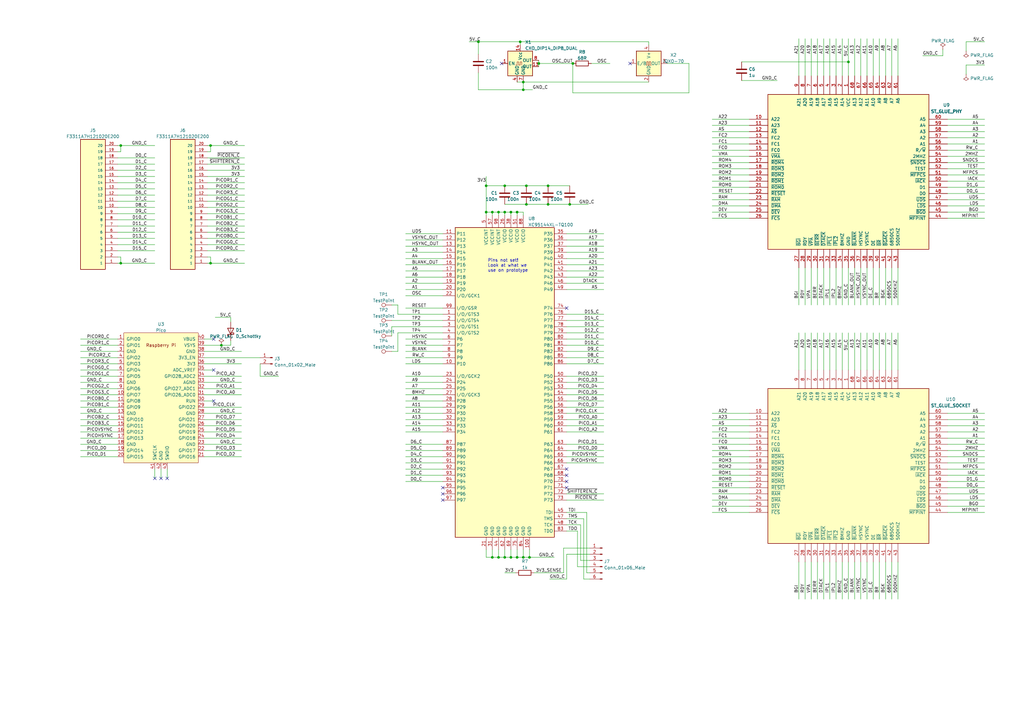
<source format=kicad_sch>
(kicad_sch (version 20211123) (generator eeschema)
  (paper "A3")
  (title_block (title "Video Rider ST") (date "2025-01-29") (rev "1") (company "D Henderson") (comment 1 "Copyright 2025") (comment 2 "Released under the terms of the GPLv2"))
  (junction (at 199.39 76.2))
  (junction (at 215.9 83.82))
  (junction (at 217.17 228.6))
  (junction (at 199.39 86.995))
  (junction (at 214.63 33.655))
  (junction (at 215.9 76.2))
  (junction (at 234.95 26.035))
  (junction (at 49.53 107.95))
  (junction (at 204.47 228.6))
  (junction (at 212.09 228.6))
  (junction (at 224.79 76.2))
  (junction (at 233.68 83.82))
  (junction (at 347.98 25.4))
  (junction (at 207.01 76.2))
  (junction (at 207.01 86.995))
  (junction (at 207.01 228.6))
  (junction (at 213.36 17.145))
  (junction (at 209.55 86.995))
  (junction (at 220.98 26.035))
  (junction (at 86.36 107.95))
  (junction (at 214.63 228.6))
  (junction (at 49.53 59.69))
  (junction (at 209.55 228.6))
  (junction (at 196.215 17.145))
  (junction (at 214.63 36.83))
  (junction (at 90.805 141.605))
  (junction (at 86.36 59.69))
  (junction (at 204.47 86.995))
  (junction (at 201.93 228.6))
  (junction (at 212.09 86.995))
  (junction (at 201.93 86.995))
  (junction (at 224.79 83.82))
  (no_connect (at 87.63 139.065))
  (no_connect (at 181.61 200.025))
  (no_connect (at 232.41 126.365))
  (no_connect (at 232.41 194.945))
  (no_connect (at 232.41 200.025))
  (no_connect (at 232.41 192.405))
  (no_connect (at 66.04 196.215))
  (no_connect (at 181.61 205.105))
  (no_connect (at 68.58 196.215))
  (no_connect (at 181.61 202.565))
  (no_connect (at 205.74 26.035))
  (no_connect (at 63.5 196.215))
  (no_connect (at 232.41 197.485))
  (no_connect (at 87.63 151.765))
  (no_connect (at 87.63 164.465))
  (no_connect (at 258.445 26.035))
  (wire (pts (xy 199.39 72.39) (xy 199.39 76.2)))
  (wire (pts (xy 307.34 179.705) (xy 292.1 179.705)))
  (wire (pts (xy 209.55 225.425) (xy 209.55 228.6)))
  (wire (pts (xy 83.82 164.465) (xy 87.63 164.465)))
  (wire (pts (xy 166.37 111.125) (xy 181.61 111.125)))
  (wire (pts (xy 99.06 187.325) (xy 83.82 187.325)))
  (wire (pts (xy 363.22 31.115) (xy 363.22 15.875)))
  (wire (pts (xy 247.65 184.785) (xy 232.41 184.785)))
  (wire (pts (xy 307.34 192.405) (xy 292.1 192.405)))
  (wire (pts (xy 337.82 109.855) (xy 337.82 125.095)))
  (wire (pts (xy 181.61 164.465) (xy 166.37 164.465)))
  (wire (pts (xy 241.3 83.82) (xy 233.68 83.82)))
  (wire (pts (xy 388.62 53.975) (xy 403.86 53.975)))
  (wire (pts (xy 307.34 48.895) (xy 292.1 48.895)))
  (wire (pts (xy 337.82 230.505) (xy 337.82 245.745)))
  (wire (pts (xy 388.62 189.865) (xy 403.86 189.865)))
  (wire (pts (xy 340.36 151.765) (xy 340.36 136.525)))
  (wire (pts (xy 100.33 77.47) (xy 85.09 77.47)))
  (wire (pts (xy 388.62 76.835) (xy 403.86 76.835)))
  (wire (pts (xy 266.065 17.145) (xy 266.065 18.415)))
  (wire (pts (xy 100.33 87.63) (xy 85.09 87.63)))
  (wire (pts (xy 232.41 118.745) (xy 247.65 118.745)))
  (wire (pts (xy 49.53 107.95) (xy 48.26 107.95)))
  (wire (pts (xy 48.26 62.23) (xy 49.53 62.23)))
  (wire (pts (xy 99.06 156.845) (xy 83.82 156.845)))
  (wire (pts (xy 232.41 136.525) (xy 247.65 136.525)))
  (wire (pts (xy 86.36 107.95) (xy 85.09 107.95)))
  (wire (pts (xy 214.63 225.425) (xy 214.63 228.6)))
  (wire (pts (xy 232.41 202.565) (xy 247.65 202.565)))
  (wire (pts (xy 196.215 29.845) (xy 196.215 36.83)))
  (wire (pts (xy 224.79 76.2) (xy 215.9 76.2)))
  (wire (pts (xy 232.41 139.065) (xy 247.65 139.065)))
  (wire (pts (xy 48.26 95.25) (xy 63.5 95.25)))
  (wire (pts (xy 292.1 202.565) (xy 307.34 202.565)))
  (wire (pts (xy 232.41 113.665) (xy 247.65 113.665)))
  (wire (pts (xy 368.3 151.765) (xy 368.3 136.525)))
  (wire (pts (xy 99.06 172.085) (xy 83.82 172.085)))
  (wire (pts (xy 99.06 177.165) (xy 83.82 177.165)))
  (wire (pts (xy 240.665 234.95) (xy 241.935 234.95)))
  (wire (pts (xy 363.22 109.855) (xy 363.22 125.095)))
  (wire (pts (xy 233.68 83.82) (xy 224.79 83.82)))
  (wire (pts (xy 232.41 210.185) (xy 240.665 210.185)))
  (wire (pts (xy 350.52 151.765) (xy 350.52 136.525)))
  (wire (pts (xy 214.63 228.6) (xy 217.17 228.6)))
  (wire (pts (xy 214.63 33.655) (xy 214.63 36.83)))
  (wire (pts (xy 347.98 151.765) (xy 347.98 136.525)))
  (wire (pts (xy 388.62 48.895) (xy 403.86 48.895)))
  (wire (pts (xy 386.715 20.32) (xy 386.715 22.86)))
  (wire (pts (xy 396.24 30.48) (xy 396.24 26.67)))
  (wire (pts (xy 307.34 194.945) (xy 292.1 194.945)))
  (wire (pts (xy 106.68 154.305) (xy 114.3 154.305)))
  (wire (pts (xy 307.34 184.785) (xy 292.1 184.785)))
  (wire (pts (xy 99.06 167.005) (xy 83.82 167.005)))
  (wire (pts (xy 342.9 230.505) (xy 342.9 245.745)))
  (wire (pts (xy 100.33 74.93) (xy 85.09 74.93)))
  (wire (pts (xy 307.34 51.435) (xy 292.1 51.435)))
  (wire (pts (xy 33.02 172.085) (xy 48.26 172.085)))
  (wire (pts (xy 292.1 86.995) (xy 307.34 86.995)))
  (wire (pts (xy 292.1 81.915) (xy 307.34 81.915)))
  (wire (pts (xy 307.34 59.055) (xy 292.1 59.055)))
  (wire (pts (xy 307.34 61.595) (xy 292.1 61.595)))
  (wire (pts (xy 33.02 164.465) (xy 48.26 164.465)))
  (wire (pts (xy 63.5 82.55) (xy 48.26 82.55)))
  (wire (pts (xy 33.02 156.845) (xy 48.26 156.845)))
  (wire (pts (xy 340.36 230.505) (xy 340.36 245.745)))
  (wire (pts (xy 181.61 192.405) (xy 166.37 192.405)))
  (wire (pts (xy 388.62 207.645) (xy 403.86 207.645)))
  (wire (pts (xy 232.41 149.225) (xy 247.65 149.225)))
  (wire (pts (xy 365.76 109.855) (xy 365.76 125.095)))
  (wire (pts (xy 307.34 56.515) (xy 292.1 56.515)))
  (wire (pts (xy 388.62 182.245) (xy 403.86 182.245)))
  (wire (pts (xy 33.02 139.065) (xy 48.26 139.065)))
  (wire (pts (xy 335.28 151.765) (xy 335.28 136.525)))
  (wire (pts (xy 94.615 139.7) (xy 94.615 141.605)))
  (wire (pts (xy 212.09 225.425) (xy 212.09 228.6)))
  (wire (pts (xy 232.41 144.145) (xy 247.65 144.145)))
  (wire (pts (xy 181.61 169.545) (xy 166.37 169.545)))
  (wire (pts (xy 388.62 84.455) (xy 403.86 84.455)))
  (wire (pts (xy 232.41 146.685) (xy 247.65 146.685)))
  (wire (pts (xy 83.82 146.685) (xy 106.68 146.685)))
  (wire (pts (xy 358.14 230.505) (xy 358.14 245.745)))
  (wire (pts (xy 241.935 224.79) (xy 231.14 224.79)))
  (wire (pts (xy 63.5 192.405) (xy 63.5 196.215)))
  (wire (pts (xy 33.02 154.305) (xy 48.26 154.305)))
  (wire (pts (xy 347.98 15.875) (xy 347.98 25.4)))
  (wire (pts (xy 388.62 210.185) (xy 403.86 210.185)))
  (wire (pts (xy 66.04 192.405) (xy 66.04 196.215)))
  (wire (pts (xy 85.09 72.39) (xy 100.33 72.39)))
  (wire (pts (xy 220.98 26.035) (xy 220.98 27.305)))
  (wire (pts (xy 63.5 107.95) (xy 49.53 107.95)))
  (wire (pts (xy 181.61 167.005) (xy 166.37 167.005)))
  (wire (pts (xy 181.61 98.425) (xy 166.37 98.425)))
  (wire (pts (xy 63.5 59.69) (xy 49.53 59.69)))
  (wire (pts (xy 181.61 172.085) (xy 166.37 172.085)))
  (wire (pts (xy 332.74 109.855) (xy 332.74 125.095)))
  (wire (pts (xy 192.405 17.145) (xy 196.215 17.145)))
  (wire (pts (xy 217.17 228.6) (xy 227.33 228.6)))
  (wire (pts (xy 181.61 149.225) (xy 166.37 149.225)))
  (wire (pts (xy 181.61 146.685) (xy 166.37 146.685)))
  (wire (pts (xy 231.14 224.79) (xy 231.14 234.95)))
  (wire (pts (xy 332.74 31.115) (xy 332.74 15.875)))
  (wire (pts (xy 238.125 229.87) (xy 241.935 229.87)))
  (wire (pts (xy 342.9 31.115) (xy 342.9 15.875)))
  (wire (pts (xy 63.5 69.85) (xy 48.26 69.85)))
  (wire (pts (xy 365.76 151.765) (xy 365.76 136.525)))
  (wire (pts (xy 335.28 230.505) (xy 335.28 245.745)))
  (wire (pts (xy 232.41 103.505) (xy 247.65 103.505)))
  (wire (pts (xy 232.41 106.045) (xy 247.65 106.045)))
  (wire (pts (xy 378.46 22.86) (xy 386.715 22.86)))
  (wire (pts (xy 68.58 192.405) (xy 68.58 196.215)))
  (wire (pts (xy 209.55 86.995) (xy 212.09 86.995)))
  (wire (pts (xy 100.33 85.09) (xy 85.09 85.09)))
  (wire (pts (xy 350.52 31.115) (xy 350.52 15.875)))
  (wire (pts (xy 388.62 89.535) (xy 403.86 89.535)))
  (wire (pts (xy 355.6 31.115) (xy 355.6 15.875)))
  (wire (pts (xy 33.02 184.785) (xy 48.26 184.785)))
  (wire (pts (xy 247.65 174.625) (xy 232.41 174.625)))
  (wire (pts (xy 388.62 194.945) (xy 403.86 194.945)))
  (wire (pts (xy 355.6 230.505) (xy 355.6 245.745)))
  (wire (pts (xy 196.215 36.83) (xy 214.63 36.83)))
  (wire (pts (xy 232.41 128.905) (xy 247.65 128.905)))
  (wire (pts (xy 220.98 24.765) (xy 220.98 26.035)))
  (wire (pts (xy 163.195 128.905) (xy 181.61 128.905)))
  (wire (pts (xy 396.24 26.67) (xy 403.86 26.67)))
  (wire (pts (xy 100.33 59.69) (xy 86.36 59.69)))
  (wire (pts (xy 388.62 66.675) (xy 403.86 66.675)))
  (wire (pts (xy 247.65 164.465) (xy 232.41 164.465)))
  (wire (pts (xy 232.41 133.985) (xy 247.65 133.985)))
  (wire (pts (xy 232.41 159.385) (xy 247.65 159.385)))
  (wire (pts (xy 181.61 177.165) (xy 166.37 177.165)))
  (wire (pts (xy 160.655 137.795) (xy 160.655 133.985)))
  (wire (pts (xy 365.76 31.115) (xy 365.76 15.875)))
  (wire (pts (xy 350.52 230.505) (xy 350.52 245.745)))
  (wire (pts (xy 388.62 197.485) (xy 403.86 197.485)))
  (wire (pts (xy 33.02 167.005) (xy 48.26 167.005)))
  (wire (pts (xy 166.37 113.665) (xy 181.61 113.665)))
  (wire (pts (xy 388.62 71.755) (xy 403.86 71.755)))
  (wire (pts (xy 100.33 95.25) (xy 85.09 95.25)))
  (wire (pts (xy 307.34 174.625) (xy 292.1 174.625)))
  (wire (pts (xy 232.41 95.885) (xy 247.65 95.885)))
  (wire (pts (xy 247.65 154.305) (xy 232.41 154.305)))
  (wire (pts (xy 327.66 109.855) (xy 327.66 125.095)))
  (wire (pts (xy 63.5 74.93) (xy 48.26 74.93)))
  (wire (pts (xy 388.62 177.165) (xy 403.86 177.165)))
  (wire (pts (xy 33.02 169.545) (xy 48.26 169.545)))
  (wire (pts (xy 225.425 237.49) (xy 232.41 237.49)))
  (wire (pts (xy 181.61 100.965) (xy 166.37 100.965)))
  (wire (pts (xy 199.39 228.6) (xy 201.93 228.6)))
  (wire (pts (xy 63.5 64.77) (xy 48.26 64.77)))
  (wire (pts (xy 207.01 234.95) (xy 211.455 234.95)))
  (wire (pts (xy 340.36 31.115) (xy 340.36 15.875)))
  (wire (pts (xy 388.62 205.105) (xy 403.86 205.105)))
  (wire (pts (xy 273.685 26.035) (xy 282.575 26.035)))
  (wire (pts (xy 236.855 232.41) (xy 241.935 232.41)))
  (wire (pts (xy 388.62 179.705) (xy 403.86 179.705)))
  (wire (pts (xy 355.6 151.765) (xy 355.6 136.525)))
  (wire (pts (xy 220.98 26.035) (xy 234.95 26.035)))
  (wire (pts (xy 388.62 61.595) (xy 403.86 61.595)))
  (wire (pts (xy 345.44 151.765) (xy 345.44 136.525)))
  (wire (pts (xy 232.41 111.125) (xy 247.65 111.125)))
  (wire (pts (xy 85.09 62.23) (xy 86.36 62.23)))
  (wire (pts (xy 181.61 182.245) (xy 166.37 182.245)))
  (wire (pts (xy 304.165 25.4) (xy 347.98 25.4)))
  (wire (pts (xy 307.34 53.975) (xy 292.1 53.975)))
  (wire (pts (xy 363.22 230.505) (xy 363.22 245.745)))
  (wire (pts (xy 396.24 17.145) (xy 403.86 17.145)))
  (wire (pts (xy 163.195 144.145) (xy 163.195 136.525)))
  (wire (pts (xy 166.37 139.065) (xy 181.61 139.065)))
  (wire (pts (xy 100.33 80.01) (xy 85.09 80.01)))
  (wire (pts (xy 212.09 228.6) (xy 214.63 228.6)))
  (wire (pts (xy 292.1 79.375) (xy 307.34 79.375)))
  (wire (pts (xy 99.06 159.385) (xy 83.82 159.385)))
  (wire (pts (xy 63.5 77.47) (xy 48.26 77.47)))
  (wire (pts (xy 100.33 97.79) (xy 85.09 97.79)))
  (wire (pts (xy 33.02 141.605) (xy 48.26 141.605)))
  (wire (pts (xy 209.55 228.6) (xy 212.09 228.6)))
  (wire (pts (xy 345.44 230.505) (xy 345.44 245.745)))
  (wire (pts (xy 196.215 17.145) (xy 213.36 17.145)))
  (wire (pts (xy 388.62 81.915) (xy 403.86 81.915)))
  (wire (pts (xy 63.5 80.01) (xy 48.26 80.01)))
  (wire (pts (xy 201.93 225.425) (xy 201.93 228.6)))
  (wire (pts (xy 181.61 144.145) (xy 166.37 144.145)))
  (wire (pts (xy 86.36 62.23) (xy 86.36 59.69)))
  (wire (pts (xy 234.95 26.035) (xy 234.95 38.1)))
  (wire (pts (xy 196.215 17.145) (xy 196.215 22.225)))
  (wire (pts (xy 238.125 215.265) (xy 238.125 229.87)))
  (wire (pts (xy 304.165 33.02) (xy 318.77 33.02)))
  (wire (pts (xy 163.195 125.095) (xy 163.195 128.905)))
  (wire (pts (xy 99.06 182.245) (xy 83.82 182.245)))
  (wire (pts (xy 307.34 187.325) (xy 292.1 187.325)))
  (wire (pts (xy 232.41 108.585) (xy 247.65 108.585)))
  (wire (pts (xy 99.06 161.925) (xy 83.82 161.925)))
  (wire (pts (xy 215.9 83.82) (xy 207.01 83.82)))
  (wire (pts (xy 330.2 151.765) (xy 330.2 136.525)))
  (wire (pts (xy 353.06 151.765) (xy 353.06 136.525)))
  (wire (pts (xy 85.09 67.31) (xy 100.33 67.31)))
  (wire (pts (xy 199.39 86.995) (xy 201.93 86.995)))
  (wire (pts (xy 63.5 85.09) (xy 48.26 85.09)))
  (wire (pts (xy 33.02 187.325) (xy 48.26 187.325)))
  (wire (pts (xy 232.41 227.33) (xy 232.41 237.49)))
  (wire (pts (xy 212.09 86.995) (xy 212.09 88.265)))
  (wire (pts (xy 330.2 109.855) (xy 330.2 125.095)))
  (wire (pts (xy 33.02 179.705) (xy 48.26 179.705)))
  (wire (pts (xy 307.34 197.485) (xy 292.1 197.485)))
  (wire (pts (xy 292.1 205.105) (xy 307.34 205.105)))
  (wire (pts (xy 207.01 225.425) (xy 207.01 228.6)))
  (wire (pts (xy 358.14 151.765) (xy 358.14 136.525)))
  (wire (pts (xy 360.68 151.765) (xy 360.68 136.525)))
  (wire (pts (xy 207.01 86.995) (xy 209.55 86.995)))
  (wire (pts (xy 327.66 151.765) (xy 327.66 136.525)))
  (wire (pts (xy 85.09 64.77) (xy 100.33 64.77)))
  (wire (pts (xy 213.36 18.415) (xy 213.36 17.145)))
  (wire (pts (xy 199.39 86.995) (xy 199.39 88.265)))
  (wire (pts (xy 242.57 26.035) (xy 250.19 26.035)))
  (wire (pts (xy 353.06 109.855) (xy 353.06 125.095)))
  (wire (pts (xy 347.98 109.855) (xy 347.98 125.095)))
  (wire (pts (xy 207.01 228.6) (xy 209.55 228.6)))
  (wire (pts (xy 48.26 105.41) (xy 49.53 105.41)))
  (wire (pts (xy 388.62 200.025) (xy 403.86 200.025)))
  (wire (pts (xy 181.61 187.325) (xy 166.37 187.325)))
  (wire (pts (xy 247.65 156.845) (xy 232.41 156.845)))
  (wire (pts (xy 355.6 109.855) (xy 355.6 125.095)))
  (wire (pts (xy 181.61 141.605) (xy 166.37 141.605)))
  (wire (pts (xy 181.61 103.505) (xy 166.37 103.505)))
  (wire (pts (xy 388.62 56.515) (xy 403.86 56.515)))
  (wire (pts (xy 307.34 74.295) (xy 292.1 74.295)))
  (wire (pts (xy 388.62 86.995) (xy 403.86 86.995)))
  (wire (pts (xy 85.09 69.85) (xy 100.33 69.85)))
  (wire (pts (xy 99.06 184.785) (xy 83.82 184.785)))
  (wire (pts (xy 207.01 86.995) (xy 207.01 88.265)))
  (wire (pts (xy 49.53 105.41) (xy 49.53 107.95)))
  (wire (pts (xy 292.1 200.025) (xy 307.34 200.025)))
  (wire (pts (xy 368.3 230.505) (xy 368.3 245.745)))
  (wire (pts (xy 332.74 230.505) (xy 332.74 245.745)))
  (wire (pts (xy 209.55 86.995) (xy 209.55 88.265)))
  (wire (pts (xy 347.98 25.4) (xy 347.98 31.115)))
  (wire (pts (xy 33.02 161.925) (xy 48.26 161.925)))
  (wire (pts (xy 233.68 76.2) (xy 224.79 76.2)))
  (wire (pts (xy 368.3 109.855) (xy 368.3 125.095)))
  (wire (pts (xy 360.68 109.855) (xy 360.68 125.095)))
  (wire (pts (xy 292.1 89.535) (xy 307.34 89.535)))
  (wire (pts (xy 217.17 225.425) (xy 217.17 228.6)))
  (wire (pts (xy 232.41 205.105) (xy 247.65 205.105)))
  (wire (pts (xy 282.575 26.035) (xy 282.575 38.1)))
  (wire (pts (xy 358.14 109.855) (xy 358.14 125.095)))
  (wire (pts (xy 330.2 31.115) (xy 330.2 15.875)))
  (wire (pts (xy 33.02 159.385) (xy 48.26 159.385)))
  (wire (pts (xy 224.79 83.82) (xy 215.9 83.82)))
  (wire (pts (xy 232.41 116.205) (xy 247.65 116.205)))
  (wire (pts (xy 363.22 151.765) (xy 363.22 136.525)))
  (wire (pts (xy 49.53 62.23) (xy 49.53 59.69)))
  (wire (pts (xy 214.63 36.83) (xy 218.44 36.83)))
  (wire (pts (xy 204.47 228.6) (xy 207.01 228.6)))
  (wire (pts (xy 353.06 230.505) (xy 353.06 245.745)))
  (wire (pts (xy 388.62 69.215) (xy 403.86 69.215)))
  (wire (pts (xy 232.41 100.965) (xy 247.65 100.965)))
  (wire (pts (xy 307.34 66.675) (xy 292.1 66.675)))
  (wire (pts (xy 388.62 64.135) (xy 403.86 64.135)))
  (wire (pts (xy 86.36 105.41) (xy 86.36 107.95)))
  (wire (pts (xy 181.61 121.285) (xy 166.37 121.285)))
  (wire (pts (xy 388.62 187.325) (xy 403.86 187.325)))
  (wire (pts (xy 307.34 64.135) (xy 292.1 64.135)))
  (wire (pts (xy 33.02 146.685) (xy 48.26 146.685)))
  (wire (pts (xy 63.5 72.39) (xy 48.26 72.39)))
  (wire (pts (xy 353.06 31.115) (xy 353.06 15.875)))
  (wire (pts (xy 388.62 74.295) (xy 403.86 74.295)))
  (wire (pts (xy 181.61 194.945) (xy 166.37 194.945)))
  (wire (pts (xy 99.06 169.545) (xy 83.82 169.545)))
  (wire (pts (xy 292.1 210.185) (xy 307.34 210.185)))
  (wire (pts (xy 327.66 230.505) (xy 327.66 245.745)))
  (wire (pts (xy 388.62 169.545) (xy 403.86 169.545)))
  (wire (pts (xy 340.36 109.855) (xy 340.36 125.095)))
  (wire (pts (xy 181.61 95.885) (xy 166.37 95.885)))
  (wire (pts (xy 345.44 31.115) (xy 345.44 15.875)))
  (wire (pts (xy 232.41 98.425) (xy 247.65 98.425)))
  (wire (pts (xy 307.34 169.545) (xy 292.1 169.545)))
  (wire (pts (xy 160.655 131.445) (xy 181.61 131.445)))
  (wire (pts (xy 160.655 133.985) (xy 181.61 133.985)))
  (wire (pts (xy 332.74 151.765) (xy 332.74 136.525)))
  (wire (pts (xy 212.09 33.655) (xy 214.63 33.655)))
  (wire (pts (xy 99.06 174.625) (xy 83.82 174.625)))
  (wire (pts (xy 307.34 189.865) (xy 292.1 189.865)))
  (wire (pts (xy 342.9 151.765) (xy 342.9 136.525)))
  (wire (pts (xy 86.36 59.69) (xy 85.09 59.69)))
  (wire (pts (xy 388.62 172.085) (xy 403.86 172.085)))
  (wire (pts (xy 345.44 109.855) (xy 345.44 125.095)))
  (wire (pts (xy 337.82 31.115) (xy 337.82 15.875)))
  (wire (pts (xy 368.3 31.115) (xy 368.3 15.875)))
  (wire (pts (xy 100.33 107.95) (xy 86.36 107.95)))
  (wire (pts (xy 33.02 151.765) (xy 48.26 151.765)))
  (wire (pts (xy 213.36 17.145) (xy 266.065 17.145)))
  (wire (pts (xy 360.68 230.505) (xy 360.68 245.745)))
  (wire (pts (xy 63.5 92.71) (xy 48.26 92.71)))
  (wire (pts (xy 201.93 228.6) (xy 204.47 228.6)))
  (wire (pts (xy 247.65 169.545) (xy 232.41 169.545)))
  (wire (pts (xy 215.9 76.2) (xy 207.01 76.2)))
  (wire (pts (xy 214.63 33.655) (xy 266.065 33.655)))
  (wire (pts (xy 33.02 177.165) (xy 48.26 177.165)))
  (wire (pts (xy 307.34 182.245) (xy 292.1 182.245)))
  (wire (pts (xy 181.61 161.925) (xy 166.37 161.925)))
  (wire (pts (xy 204.47 86.995) (xy 207.01 86.995)))
  (wire (pts (xy 181.61 159.385) (xy 166.37 159.385)))
  (wire (pts (xy 100.33 100.33) (xy 85.09 100.33)))
  (wire (pts (xy 282.575 38.1) (xy 234.95 38.1)))
  (wire (pts (xy 88.265 130.175) (xy 94.615 130.175)))
  (wire (pts (xy 90.805 141.605) (xy 94.615 141.605)))
  (wire (pts (xy 83.82 151.765) (xy 87.63 151.765)))
  (wire (pts (xy 335.28 31.115) (xy 335.28 15.875)))
  (wire (pts (xy 330.2 230.505) (xy 330.2 245.745)))
  (wire (pts (xy 85.09 105.41) (xy 86.36 105.41)))
  (wire (pts (xy 307.34 76.835) (xy 292.1 76.835)))
  (wire (pts (xy 181.61 106.045) (xy 166.37 106.045)))
  (wire (pts (xy 232.41 212.725) (xy 239.395 212.725)))
  (wire (pts (xy 342.9 109.855) (xy 342.9 125.095)))
  (wire (pts (xy 83.82 139.065) (xy 87.63 139.065)))
  (wire (pts (xy 247.65 167.005) (xy 232.41 167.005)))
  (wire (pts (xy 365.76 230.505) (xy 365.76 245.745)))
  (wire (pts (xy 166.37 126.365) (xy 181.61 126.365)))
  (wire (pts (xy 247.65 182.245) (xy 232.41 182.245)))
  (wire (pts (xy 100.33 90.17) (xy 85.09 90.17)))
  (wire (pts (xy 201.93 86.995) (xy 201.93 88.265)))
  (wire (pts (xy 241.935 227.33) (xy 232.41 227.33)))
  (wire (pts (xy 358.14 31.115) (xy 358.14 15.875)))
  (wire (pts (xy 199.39 76.2) (xy 199.39 86.995)))
  (wire (pts (xy 307.34 172.085) (xy 292.1 172.085)))
  (wire (pts (xy 204.47 86.995) (xy 204.47 88.265)))
  (wire (pts (xy 100.33 92.71) (xy 85.09 92.71)))
  (wire (pts (xy 360.68 31.115) (xy 360.68 15.875)))
  (wire (pts (xy 337.82 151.765) (xy 337.82 136.525)))
  (wire (pts (xy 160.655 125.095) (xy 163.195 125.095)))
  (wire (pts (xy 239.395 212.725) (xy 239.395 237.49)))
  (wire (pts (xy 181.61 108.585) (xy 166.37 108.585)))
  (wire (pts (xy 181.61 156.845) (xy 166.37 156.845)))
  (wire (pts (xy 63.5 90.17) (xy 48.26 90.17)))
  (wire (pts (xy 99.06 179.705) (xy 83.82 179.705)))
  (wire (pts (xy 163.195 136.525) (xy 181.61 136.525)))
  (wire (pts (xy 33.02 144.145) (xy 48.26 144.145)))
  (wire (pts (xy 388.62 59.055) (xy 403.86 59.055)))
  (wire (pts (xy 388.62 192.405) (xy 403.86 192.405)))
  (wire (pts (xy 247.65 187.325) (xy 232.41 187.325)))
  (wire (pts (xy 388.62 174.625) (xy 403.86 174.625)))
  (wire (pts (xy 232.41 215.265) (xy 238.125 215.265)))
  (wire (pts (xy 100.33 82.55) (xy 85.09 82.55)))
  (wire (pts (xy 48.26 100.33) (xy 63.5 100.33)))
  (wire (pts (xy 388.62 51.435) (xy 403.86 51.435)))
  (wire (pts (xy 236.855 217.805) (xy 236.855 232.41)))
  (wire (pts (xy 292.1 84.455) (xy 307.34 84.455)))
  (wire (pts (xy 106.68 149.225) (xy 106.68 154.305)))
  (wire (pts (xy 48.26 102.87) (xy 63.5 102.87)))
  (wire (pts (xy 204.47 225.425) (xy 204.47 228.6)))
  (wire (pts (xy 347.98 230.505) (xy 347.98 245.745)))
  (wire (pts (xy 307.34 177.165) (xy 292.1 177.165)))
  (wire (pts (xy 388.62 79.375) (xy 403.86 79.375)))
  (wire (pts (xy 181.61 189.865) (xy 166.37 189.865)))
  (wire (pts (xy 219.075 234.95) (xy 231.14 234.95)))
  (wire (pts (xy 94.615 132.08) (xy 94.615 130.175)))
  (wire (pts (xy 181.61 116.205) (xy 166.37 116.205)))
  (wire (pts (xy 181.61 118.745) (xy 166.37 118.745)))
  (wire (pts (xy 100.33 102.87) (xy 85.09 102.87)))
  (wire (pts (xy 99.06 154.305) (xy 83.82 154.305)))
  (wire (pts (xy 201.93 86.995) (xy 204.47 86.995)))
  (wire (pts (xy 199.39 225.425) (xy 199.39 228.6)))
  (wire (pts (xy 33.02 182.245) (xy 48.26 182.245)))
  (wire (pts (xy 388.62 202.565) (xy 403.86 202.565)))
  (wire (pts (xy 181.61 184.785) (xy 166.37 184.785)))
  (wire (pts (xy 247.65 189.865) (xy 232.41 189.865)))
  (wire (pts (xy 63.5 67.31) (xy 48.26 67.31)))
  (wire (pts (xy 232.41 217.805) (xy 236.855 217.805)))
  (wire (pts (xy 214.63 86.995) (xy 214.63 88.265)))
  (wire (pts (xy 49.53 59.69) (xy 48.26 59.69)))
  (wire (pts (xy 33.02 174.625) (xy 48.26 174.625)))
  (wire (pts (xy 239.395 237.49) (xy 241.935 237.49)))
  (wire (pts (xy 327.66 31.115) (xy 327.66 15.875)))
  (wire (pts (xy 232.41 131.445) (xy 247.65 131.445)))
  (wire (pts (xy 396.24 20.955) (xy 396.24 17.145)))
  (wire (pts (xy 48.26 97.79) (xy 63.5 97.79)))
  (wire (pts (xy 232.41 161.925) (xy 247.65 161.925)))
  (wire (pts (xy 247.65 177.165) (xy 232.41 177.165)))
  (wire (pts (xy 232.41 141.605) (xy 247.65 141.605)))
  (wire (pts (xy 33.02 149.225) (xy 48.26 149.225)))
  (wire (pts (xy 207.01 76.2) (xy 199.39 76.2)))
  (wire (pts (xy 388.62 184.785) (xy 403.86 184.785)))
  (wire (pts (xy 212.09 86.995) (xy 214.63 86.995)))
  (wire (pts (xy 240.665 210.185) (xy 240.665 234.95)))
  (wire (pts (xy 335.28 109.855) (xy 335.28 125.095)))
  (wire (pts (xy 247.65 172.085) (xy 232.41 172.085)))
  (wire (pts (xy 292.1 207.645) (xy 307.34 207.645)))
  (wire (pts (xy 160.655 144.145) (xy 163.195 144.145)))
  (wire (pts (xy 83.82 141.605) (xy 90.805 141.605)))
  (wire (pts (xy 181.61 174.625) (xy 166.37 174.625)))
  (wire (pts (xy 350.52 109.855) (xy 350.52 125.095)))
  (wire (pts (xy 83.82 149.225) (xy 99.06 149.225)))
  (wire (pts (xy 63.5 87.63) (xy 48.26 87.63)))
  (wire (pts (xy 181.61 154.305) (xy 166.37 154.305)))
  (wire (pts (xy 99.06 144.145) (xy 83.82 144.145)))
  (wire (pts (xy 307.34 69.215) (xy 292.1 69.215)))
  (wire (pts (xy 307.34 71.755) (xy 292.1 71.755)))
  (wire (pts (xy 181.61 197.485) (xy 166.37 197.485)))
  (text "Pins not set!\nLook at what we\nuse on prototype" (at 200.025 111.76 0) (effects (font (size 1.27 1.27)) (justify left bottom)))
  (label "OSC_OUT" (at 234.95 26.035 180))
  (label "ROM3" (at 294.64 69.215 0))
  (label "RESET" (at 168.91 126.365 0))
  (label "PICOG3_C" (at 35.56 161.925 0))
  (label "GND_C" (at 347.98 122.555 90))
  (label "PICOG2_C" (at 35.56 159.385 0))
  (label "PICOG1_C" (at 97.79 82.55 180))
  (label "A13" (at 350.52 18.415 270))
  (label "BERR" (at 335.28 122.555 90))
  (label "A16" (at 340.36 18.415 270))
  (label "A12" (at 168.91 169.545 0))
  (label "MFPCS" (at 401.2196 71.755 180))
  (label "~{SHIFTEREN_C}" (at 98.425 67.31 180))
  (label "GND_C" (at 218.44 36.83 0))
  (label "A14" (at 345.44 139.065 270))
  (label "D8_C" (at 60.325 85.09 180))
  (label "GND_C" (at 96.52 182.245 180))
  (label "GND_C" (at 225.425 237.49 0))
  (label "ROM1" (at 294.64 74.295 0))
  (label "D15_C" (at 245.745 128.905 180))
  (label "D6_C" (at 60.325 80.01 180))
  (label "PICOG0_C" (at 97.79 100.33 180))
  (label "5V_C" (at 347.98 139.065 270))
  (label "A21" (at 245.11 108.585 180))
  (label "D14_C" (at 60.325 100.33 180))
  (label "6850CS" (at 365.76 243.205 90))
  (label "PICOR1_C" (at 35.56 141.605 0))
  (label "AS" (at 294.64 174.625 0))
  (label "A7" (at 365.76 18.415 270))
  (label "PICO_A2" (at 245.11 177.165 180))
  (label "A19" (at 332.74 139.065 270))
  (label "FCS" (at 294.5396 89.535 0))
  (label "A21" (at 327.66 139.065 270))
  (label "500KHZ" (at 368.3 122.555 90))
  (label "DEV" (at 294.5396 86.995 0))
  (label "BGO" (at 401.32 207.645 180))
  (label "PICO_D1" (at 245.11 182.245 180))
  (label "A3" (at 401.32 53.975 180))
  (label "PICO_D0" (at 35.56 184.785 0))
  (label "D6_C" (at 168.275 182.245 0))
  (label "ROM1" (at 294.64 194.945 0))
  (label "A23" (at 245.11 111.125 180))
  (label "A12" (at 353.06 139.065 270))
  (label "TEST" (at 401.2196 69.215 180))
  (label "PICOVSYNC" (at 35.56 177.165 0))
  (label "A2" (at 168.91 116.205 0))
  (label "PICO_D2" (at 96.52 187.325 180))
  (label "D9_C" (at 245.745 144.145 180))
  (label "D1_C" (at 168.275 194.945 0))
  (label "A2" (at 401.32 177.165 180))
  (label "5V_C" (at 347.98 18.415 270))
  (label "PICO_D2" (at 245.11 154.305 180))
  (label "PICOB3_C" (at 97.79 95.25 180))
  (label "FC1" (at 294.64 59.055 0))
  (label "PICOR1_C" (at 97.79 74.93 180))
  (label "~{PICOEN_C}" (at 245.11 205.105 180))
  (label "BGO" (at 401.32 86.995 180))
  (label "OSC" (at 248.92 26.035 180))
  (label "A15" (at 168.91 177.165 0))
  (label "A17" (at 337.82 139.065 270))
  (label "AS" (at 294.64 53.975 0))
  (label "PICOB1_C" (at 35.56 167.005 0))
  (label "PICOG1_C" (at 35.56 154.305 0))
  (label "A11" (at 355.6 18.415 270))
  (label "FC1" (at 294.64 179.705 0))
  (label "BLANK_OUT" (at 168.91 108.585 0))
  (label "IPL2" (at 342.9 243.205 90))
  (label "GND_C" (at 96.52 144.145 180))
  (label "A11" (at 168.91 167.005 0))
  (label "PICOHSYNC" (at 245.11 189.865 180))
  (label "ROM4" (at 294.64 187.325 0))
  (label "A18" (at 335.28 139.065 270))
  (label "D12_C" (at 60.325 95.25 180))
  (label "HSYNC" (at 168.91 139.065 0))
  (label "TP1" (at 168.91 128.905 0))
  (label "D0_G" (at 401.2196 200.025 180))
  (label "3V3" (at 403.86 26.67 180))
  (label "BERR" (at 335.28 243.205 90))
  (label "A17" (at 245.11 98.425 180))
  (label "ROM2" (at 294.64 71.755 0))
  (label "3V3_SENSE" (at 219.71 234.95 0))
  (label "GND_C" (at 35.4213 182.245 0))
  (label "AS" (at 245.11 118.745 180))
  (label "D9_C" (at 60.325 87.63 180))
  (label "PICO_D4" (at 245.11 159.385 180))
  (label "VMA" (at 294.64 64.135 0))
  (label "3V3" (at 98.425 69.85 180))
  (label "RW_C" (at 401.2196 182.245 180))
  (label "PICOB0_C" (at 97.79 97.79 180))
  (label "D3_C" (at 168.275 189.865 0))
  (label "3V3" (at 96.52 149.225 180))
  (label "D2_C" (at 60.325 69.85 180))
  (label "PICOR0_C" (at 97.79 102.87 180))
  (label "D0_G" (at 401.2196 79.375 180))
  (label "A13" (at 350.52 139.065 270))
  (label "BLANK" (at 168.91 144.145 0))
  (label "D15_C" (at 60.325 102.87 180))
  (label "ROM0" (at 294.64 76.835 0))
  (label "VMA" (at 294.64 184.785 0))
  (label "PICOVSYNC" (at 245.11 187.325 180))
  (label "PICOB2_C" (at 97.79 92.71 180))
  (label "A23" (at 294.64 51.435 0))
  (label "A1" (at 168.91 118.745 0))
  (label "PICOG3_C" (at 97.79 87.63 180))
  (label "RAM" (at 294.5396 81.915 0))
  (label "BLANK" (at 350.52 243.205 90))
  (label "LDS" (at 401.32 205.105 180))
  (label "DMA" (at 294.5396 84.455 0))
  (label "MFPCS" (at 401.2196 192.405 180))
  (label "A20" (at 330.2 139.065 270))
  (label "TDO" (at 233.045 217.805 0))
  (label "D1_C" (at 60.325 67.31 180))
  (label "PICO_D6" (at 245.11 164.465 180))
  (label "A1" (at 401.32 179.705 180))
  (label "PICOR0_C" (at 35.56 139.065 0))
  (label "A14" (at 345.44 18.415 270))
  (label "PICOG0_C" (at 35.56 151.765 0))
  (label "D0_C" (at 168.275 197.485 0))
  (label "D3_C" (at 60.325 72.39 180))
  (label "3V3" (at 98.425 72.39 180))
  (label "VPA" (at 332.74 243.205 90))
  (label "D11_C" (at 245.745 139.065 180))
  (label "A8" (at 363.22 139.065 270))
  (label "2MHZ" (at 401.2196 64.135 180))
  (label "GND_C" (at 97.79 59.69 180))
  (label "GND_C" (at 60.325 59.69 180))
  (label "PICO_D5" (at 245.11 161.925 180))
  (label "A19" (at 245.11 103.505 180))
  (label "RESET" (at 294.64 200.025 0))
  (label "A16" (at 340.36 139.065 270))
  (label "D2_C" (at 168.275 192.405 0))
  (label "D1_G" (at 401.2196 197.485 180))
  (label "TMS" (at 233.045 212.725 0))
  (label "BGK" (at 363.22 243.205 90))
  (label "A21" (at 327.66 18.415 270))
  (label "OSC" (at 168.91 121.285 0))
  (label "A23" (at 294.64 172.085 0))
  (label "RDY" (at 330.2 243.205 90))
  (label "A4" (at 168.91 106.045 0))
  (label "IPL1" (at 340.36 243.205 90))
  (label "GND_C" (at 96.52 156.845 180))
  (label "VSYNC" (at 168.91 141.605 0))
  (label "ROM3" (at 294.64 189.865 0))
  (label "D4_C" (at 168.275 187.325 0))
  (label "A5" (at 168.91 111.125 0))
  (label "PICOB1_C" (at 97.79 90.17 180))
  (label "IPL1" (at 340.36 122.555 90))
  (label "TP3" (at 168.91 133.985 0))
  (label "VSYNC_OUT" (at 168.91 98.425 0))
  (label "PICO_A1" (at 96.52 159.385 180))
  (label "PICOB3_C" (at 35.56 174.625 0))
  (label "D7_C" (at 60.325 82.55 180))
  (label "A12" (at 353.06 18.415 270))
  (label "PICO_D4" (at 96.52 179.705 180))
  (label "RW_C" (at 169.0104 146.685 0))
  (label "UDS" (at 168.91 95.885 0))
  (label "D13_C" (at 245.745 133.985 180))
  (label "D0_C" (at 60.325 64.77 180))
  (label "D10_C" (at 245.745 141.605 180))
  (label "GND_C" (at 97.79 107.95 180))
  (label "5V_C" (at 403.86 17.145 180))
  (label "PICO_D3" (at 245.11 156.845 180))
  (label "PICO_CLK" (at 245.11 169.545 180))
  (label "A18" (at 335.28 18.415 270))
  (label "500KHZ" (at 368.3 243.205 90))
  (label "A20" (at 330.2 18.415 270))
  (label "PICOR3_C" (at 97.79 80.01 180))
  (label "PICOR2_C" (at 97.79 77.47 180))
  (label "5V_C" (at 90.17 130.175 0))
  (label "PICO_D0" (at 245.11 184.785 180))
  (label "GND_C" (at 35.56 169.545 0))
  (label "VSYNC_OUT" (at 355.6 122.555 90))
  (label "8MHZ" (at 345.44 122.555 90))
  (label "A1" (at 401.32 59.055 180))
  (label "DE_C" (at 358.14 122.555 90))
  (label "A20" (at 245.11 106.045 180))
  (label "A5" (at 401.32 48.895 180))
  (label "A4" (at 401.32 51.435 180))
  (label "A9" (at 168.91 156.845 0))
  (label "A15" (at 342.9 18.415 270))
  (label "BR" (at 360.68 243.205 90))
  (label "PICO_D7" (at 96.52 172.085 180))
  (label "TP4" (at 168.91 136.525 0))
  (label "LDS" (at 401.32 84.455 180))
  (label "BGI" (at 327.66 122.555 90))
  (label "TEST" (at 401.2196 189.865 180))
  (label "PICO_A0" (at 245.11 172.085 180))
  (label "TCK" (at 233.045 215.265 0))
  (label "BLANK_OUT" (at 350.52 122.555 90))
  (label "D14_C" (at 245.745 131.445 180))
  (label "HSYNC" (at 353.06 243.205 90))
  (label "PICOG2_C" (at 97.79 85.09 180))
  (label "D11_C" (at 60.325 92.71 180))
  (label "A10" (at 168.91 154.305 0))
  (label "A8" (at 363.22 18.415 270))
  (label "A9" (at 360.68 139.065 270))
  (label "TP2" (at 168.91 131.445 0))
  (label "GND_C" (at 378.46 22.86 0))
  (label "A17" (at 337.82 18.415 270))
  (label "GND_C" (at 35.56 144.145 0))
  (label "PICO_D5" (at 96.52 177.165 180))
  (label "LDS" (at 168.91 149.225 0))
  (label "PICOR3_C" (at 35.56 149.225 0))
  (label "MFPINT" (at 401.32 210.185 180))
  (label "GND_C" (at 347.98 243.205 90))
  (label "BGK" (at 363.22 122.555 90))
  (label "A9" (at 360.68 18.415 270))
  (label "HSYNC_OUT" (at 168.91 100.965 0))
  (label "A6" (at 168.91 113.665 0))
  (label "RAM" (at 294.5396 202.565 0))
  (label "DMA" (at 294.5396 205.105 0))
  (label "A22" (at 294.64 48.895 0))
  (label "HSYNC_OUT" (at 353.06 122.555 90))
  (label "PICO_A2" (at 96.52 154.305 180))
  (label "FC0" (at 294.64 61.595 0))
  (label "5V_C" (at 192.405 17.145 0))
  (label "D7_C" (at 245.745 149.225 180))
  (label "A15" (at 342.9 139.065 270))
  (label "GND_C" (at 60.325 107.95 180))
  (label "FC2" (at 294.64 177.165 0))
  (label "DEV" (at 294.5396 207.645 0))
  (label "2MHZ" (at 401.2196 184.785 180))
  (label "FC0" (at 294.64 182.245 0))
  (label "IACK" (at 401.2196 74.295 180))
  (label "A4" (at 401.32 172.085 180))
  (label "PICO_A0" (at 96.52 161.925 180))
  (label "A3" (at 401.32 174.625 180))
  (label "~{PICOEN_C}" (at 98.425 64.77 180))
  (label "UDS" (at 401.32 202.565 180))
  (label "D12_C" (at 245.745 136.525 180))
  (label "A3" (at 168.91 103.505 0))
  (label "FC2" (at 294.64 56.515 0))
  (label "A2" (at 401.32 56.515 180))
  (label "PICO_D7" (at 245.11 167.005 180))
  (label "D13_C" (at 60.325 97.79 180))
  (label "PICOR2_C" (at 36.195 146.685 0))
  (label "DE_C" (at 358.14 243.205 90))
  (label "A7" (at 365.76 139.065 270))
  (label "BR" (at 360.68 122.555 90))
  (label "A13" (at 168.91 172.085 0))
  (label "~{SHIFTEREN_C}" (at 245.11 202.565 180))
  (label "GND_C" (at 227.33 228.6 180))
  (label "D1_G" (at 401.2196 76.835 180))
  (label "D5_C" (at 60.325 77.47 180))
  (label "TDI" (at 233.045 210.185 0))
  (label "D5_C" (at 168.275 184.785 0))
  (label "6850CS" (at 365.76 122.555 90))
  (label "8MHZ" (at 345.44 243.205 90))
  (label "A11" (at 355.6 139.065 270))
  (label "RW_C" (at 401.2196 61.595 180))
  (label "A16" (at 245.11 95.885 180))
  (label "3V3" (at 199.39 74.93 180))
  (label "GND_C" (at 237.49 83.82 0))
  (label "A6" (at 368.3 139.065 270))
  (label "PICO_D1" (at 35.56 187.325 0))
  (label "A10" (at 358.14 18.415 270))
  (label "PICO_D3" (at 96.52 184.785 180))
  (label "IACK" (at 401.2196 194.945 180))
  (label "A22" (at 245.11 113.665 180))
  (label "PICOHSYNC" (at 35.56 179.705 0))
  (label "A22" (at 294.64 169.545 0))
  (label "GND_C" (at 35.56 156.845 0))
  (label "A18" (at 245.11 100.965 180))
  (label "A10" (at 358.14 139.065 270))
  (label "A14" (at 168.91 174.625 0))
  (label "ROM0" (at 294.64 197.485 0))
  (label "IPL2" (at 342.9 122.555 90))
  (label "MFPINT" (at 401.32 89.535 180))
  (label "D10_C" (at 60.325 90.17 180))
  (label "BGI" (at 327.66 243.205 90))
  (label "D8_C" (at 245.745 146.685 180))
  (label "RESET" (at 294.64 79.375 0))
  (label "A5" (at 401.32 169.545 180))
  (label "ROM2" (at 294.64 192.405 0))
  (label "SNDCS" (at 401.2196 66.675 180))
  (label "3V3" (at 207.01 234.95 0))
  (label "A6" (at 368.3 18.415 270))
  (label "PICOB0_C" (at 35.56 164.465 0))
  (label "FCS" (at 294.5396 210.185 0))
  (label "GND_C" (at 96.52 169.545 180))
  (label "SNDCS" (at 401.2196 187.325 180))
  (label "DTACK" (at 337.82 243.205 90))
  (label "GND_C" (at 114.3 154.305 180))
  (label "PICOB2_C" (at 35.56 172.085 0))
  (label "PICO_A1" (at 245.11 174.625 180))
  (label "ROM4" (at 294.64 66.675 0))
  (label "VPA" (at 332.74 122.555 90))
  (label "A7" (at 168.91 159.385 0))
  (label "PICO_D6" (at 96.52 174.625 180))
  (label "A8" (at 168.91 164.465 0))
  (label "GND_C" (at 318.77 33.02 180))
  (label "UDS" (at 401.32 81.915 180))
  (label "DTACK" (at 245.11 116.205 180))
  (label "A19" (at 332.74 18.415 270))
  (label "PICO_CLK" (at 96.52 167.005 180))
  (label "DTACK" (at 337.82 122.555 90))
  (label "RDY" (at 330.2 122.555 90))
  (label "8MHZ" (at 168.91 161.925 0))
  (label "VSYNC" (at 355.6 243.205 90))
  (label "D4_C" (at 60.325 74.93 180))
  (symbol (lib_id "Connector:Conn_01x02_Male") (at 111.76 146.685 0) (mirror y) (unit 1)
    (property "Reference" "J3" (at 112.4712 147.1203 0) (effects (justify right)))
    (property "Value" "Conn_01x02_Male" (at 112.4712 149.6572 0) (effects (justify right)))
    (property "Footprint" "Connector_PinHeader_2.54mm:PinHeader_1x02_P2.54mm_Vertical" (effects hide))
  )
  (symbol (lib_id "CXO_Dual_DIP:CXO_DIP14_DIP8_DUAL") (at 213.36 26.035 0) (unit 1)
    (property "Reference" "X1" (at 215.3794 17.2552 0) (effects (justify left)))
    (property "Value" "CXO_DIP14_DIP8_DUAL" (at 215.3794 19.7921 0) (effects (justify left)))
    (property "Footprint" "CXO_Dual_DIP:CXO_Dual_DIP" (effects hide))
    (property "Datasheet" "http://cdn-reichelt.de/documents/datenblatt/B400/OSZI.pdf" (effects hide))
  )
  (symbol (lib_id "Device:C") (at 224.79 80.01 0) (mirror y) (unit 1)
    (property "Reference" "C4" (at 221.869 79.1753 0) (effects (justify left)))
    (property "Value" "100n" (at 221.869 81.7122 0) (effects (justify left)))
    (property "Footprint" "Capacitor_SMD:C_0805_2012Metric_Pad1.18x1.45mm_HandSolder" (effects hide))
  )
  (symbol (lib_id "Connector:TestPoint") (at 160.655 137.795 90) (unit 1)
    (property "Reference" "TP3" (at 157.353 133.4602 90))
    (property "Value" "TestPoint" (at 157.353 135.9971 90))
    (property "Footprint" "TestPoint:TestPoint_THTPad_1.5x1.5mm_Drill0.7mm" (effects hide))
  )
  (symbol (lib_id "Connector:Conn_01x06_Male") (at 247.015 229.87 0) (mirror y) (unit 1)
    (property "Reference" "J7" (at 247.7262 230.3053 0) (effects (justify right)))
    (property "Value" "Conn_01x06_Male" (at 247.7262 232.8422 0) (effects (justify right)))
    (property "Footprint" "Connector_PinHeader_2.54mm:PinHeader_1x06_P2.54mm_Vertical" (effects hide))
  )
  (symbol (lib_id "Device:R") (at 215.265 234.95 90) (unit 1)
    (property "Reference" "R7" (at 215.265 230.2342 90))
    (property "Value" "1k" (at 215.265 232.7711 90))
    (property "Footprint" "Resistor_SMD:R_0805_2012Metric_Pad1.20x1.40mm_HandSolder" (effects hide))
  )
  (symbol (lib_id "Device:R") (at 238.76 26.035 90) (unit 1)
    (property "Reference" "R8" (at 238.76 21.3192 90))
    (property "Value" "68R" (at 238.76 23.8561 90))
    (property "Footprint" "Resistor_SMD:R_0805_2012Metric_Pad1.20x1.40mm_HandSolder" (effects hide))
  )
  (symbol (lib_id "Device:C") (at 304.165 29.21 0) (unit 1)
    (property "Reference" "C6" (at 307.086 28.3753 0) (effects (justify left)))
    (property "Value" "1u" (at 307.086 30.9122 0) (effects (justify left)))
    (property "Footprint" "Capacitor_SMD:C_0805_2012Metric_Pad1.18x1.45mm_HandSolder" (effects hide))
  )
  (symbol (lib_id "Device:C") (at 196.215 26.035 0) (unit 1)
    (property "Reference" "C2" (at 199.136 25.2003 0) (effects (justify left)))
    (property "Value" "100n" (at 199.136 27.7372 0) (effects (justify left)))
    (property "Footprint" "Capacitor_SMD:C_0805_2012Metric_Pad1.18x1.45mm_HandSolder" (effects hide))
  )
  (symbol (lib_id "power:PWR_FLAG") (at 386.715 20.32 0) (unit 1)
    (property "Reference" "#FLG04" (effects hide))
    (property "Value" "PWR_FLAG" (at 386.715 16.7442 0))
  )
  (symbol (lib_id "Device:C") (at 215.9 80.01 0) (mirror y) (unit 1)
    (property "Reference" "C3" (at 212.979 79.1753 0) (effects (justify left)))
    (property "Value" "100n" (at 212.979 81.7122 0) (effects (justify left)))
    (property "Footprint" "Capacitor_SMD:C_0805_2012Metric_Pad1.18x1.45mm_HandSolder" (effects hide))
  )
  (symbol (lib_id "F3311A7H121020E200:F3311A7H121020E200") (at 38.1 85.09 180) (unit 1)
    (property "Reference" "J5" (at 38.1 53.4502 0))
    (property "Value" "F3311A7H121020E200" (at 38.1 55.9871 0))
    (property "Footprint" "F3311A7H121020E200:AMPHENOL_F3311A7H121020E200" (effects hide))
    (property "PARTREV" "A" (effects hide))
    (property "STANDARD" "Manufacturer Recommendations" (effects hide))
    (property "MAXIMUM_PACKAGE_HEIGHT" "1.62 mm" (effects hide))
    (property "MANUFACTURER" "Amphenol" (effects hide))
  )
  (symbol (lib_id "Connector:TestPoint") (at 160.655 131.445 90) (unit 1)
    (property "Reference" "TP2" (at 157.353 127.1102 90))
    (property "Value" "TestPoint" (at 157.353 129.6471 90))
    (property "Footprint" "TestPoint:TestPoint_THTPad_1.5x1.5mm_Drill0.7mm" (effects hide))
  )
  (symbol (lib_id "power:PWR_FLAG") (at 90.805 141.605 0) (unit 1)
    (property "Reference" "#FLG03" (effects hide))
    (property "Value" "PWR_FLAG" (at 90.805 138.0292 0))
  )
  (symbol (lib_id "Device:C") (at 207.01 80.01 0) (mirror y) (unit 1)
    (property "Reference" "C1" (at 204.089 79.1753 0) (effects (justify left)))
    (property "Value" "100n" (at 204.089 81.7122 0) (effects (justify left)))
    (property "Footprint" "Capacitor_SMD:C_0805_2012Metric_Pad1.18x1.45mm_HandSolder" (effects hide))
  )
  (symbol (lib_id "power:PWR_FLAG") (at 396.24 30.48 180) (unit 1)
    (property "Reference" "#FLG06" (effects hide))
    (property "Value" "PWR_FLAG" (at 397.891 32.1838 0) (effects (justify right)))
  )
  (symbol (lib_id "st_glue:ST_GLUE_PHY") (at 347.98 70.485 0) (unit 1)
    (property "Reference" "U9" (at 388.1785 43.0999 0))
    (property "Value" "ST_GLUE_PHY" (at 388.1785 45.7082 0) (effects (font bold)))
    (property "Footprint" "PLCC_plugs:PLCC68_male_pins" (effects hide))
    (property "Datasheet" "https://raw.githubusercontent.com/sporniket/kicad-symbols-generated/main/reference-materials/atari-16-32/st-glue-mmu-dma-shifter--Atari-ST-Internals.pdf" (effects hide))
  )
  (symbol (lib_id "Connector:TestPoint") (at 160.655 125.095 90) (unit 1)
    (property "Reference" "TP1" (at 157.353 120.7602 90))
    (property "Value" "TestPoint" (at 157.353 123.2971 90))
    (property "Footprint" "TestPoint:TestPoint_THTPad_1.5x1.5mm_Drill0.7mm" (effects hide))
  )
  (symbol (lib_id "CPLD_Xilinx:XC95144XL-TQ100") (at 207.01 156.845 0) (unit 1)
    (property "Reference" "U8" (at 216.6494 89.6452 0) (effects (justify left)))
    (property "Value" "XC95144XL-TQ100" (at 216.6494 92.1821 0) (effects (justify left)))
    (property "Footprint" "Package_QFP:TQFP-100_14x14mm_P0.5mm" (effects hide))
    (property "Datasheet" "https://www.xilinx.com/support/documentation/data_sheets/ds056.pdf" (effects hide))
  )
  (symbol (lib_id "Device:C") (at 233.68 80.01 0) (mirror y) (unit 1)
    (property "Reference" "C5" (at 230.759 79.1753 0) (effects (justify left)))
    (property "Value" "100n" (at 230.759 81.7122 0) (effects (justify left)))
    (property "Footprint" "Capacitor_SMD:C_0805_2012Metric_Pad1.18x1.45mm_HandSolder" (effects hide))
  )
  (symbol (lib_id "Device:D_Schottky") (at 94.615 135.89 90) (unit 1)
    (property "Reference" "D1" (at 96.647 135.3728 90) (effects (justify right)))
    (property "Value" "D_Schottky" (at 96.647 137.9097 90) (effects (justify right)))
    (property "Footprint" "Diode_SMD:D_0805_2012Metric_Pad1.15x1.40mm_HandSolder" (effects hide))
  )
  (symbol (lib_id "F3311A7H121020E200:F3311A7H121020E200") (at 74.93 85.09 180) (unit 1)
    (property "Reference" "J6" (at 74.93 53.4502 0))
    (property "Value" "F3311A7H121020E200" (at 74.93 55.9871 0))
    (property "Footprint" "F3311A7H121020E200:AMPHENOL_F3311A7H121020E200" (effects hide))
    (property "PARTREV" "A" (effects hide))
    (property "STANDARD" "Manufacturer Recommendations" (effects hide))
    (property "MAXIMUM_PACKAGE_HEIGHT" "1.62 mm" (effects hide))
    (property "MANUFACTURER" "Amphenol" (effects hide))
  )
  (symbol (lib_id "MCU_RaspberryPi_and_Boards:Pico") (at 66.04 163.195 0) (unit 1)
    (property "Reference" "U3" (at 66.04 132.9522 0))
    (property "Value" "Pico" (at 66.04 135.4891 0))
    (property "Footprint" "MCU_RaspberryPi_and_Boards:RPi_Pico_SMD_TH" (effects hide))
  )
  (symbol (lib_id "Connector:TestPoint") (at 160.655 144.145 90) (unit 1)
    (property "Reference" "TP4" (at 157.353 139.8102 90))
    (property "Value" "TestPoint" (at 157.353 142.3471 90))
    (property "Footprint" "TestPoint:TestPoint_THTPad_1.5x1.5mm_Drill0.7mm" (effects hide))
  )
  (symbol (lib_id "st_glue:ST_GLUE_SOCKET") (at 347.98 191.135 0) (unit 1)
    (property "Reference" "U10" (at 389.9323 163.7499 0))
    (property "Value" "ST_GLUE_SOCKET" (at 389.9323 166.3582 0) (effects (font bold)))
    (property "Footprint" "Package_LCC:PLCC-68_THT-Socket" (effects hide))
    (property "Datasheet" "https://raw.githubusercontent.com/sporniket/kicad-symbols-generated/main/reference-materials/atari-16-32/st-glue-mmu-dma-shifter--Atari-ST-Internals.pdf" (effects hide))
  )
  (symbol (lib_id "power:PWR_FLAG") (at 396.24 20.955 180) (unit 1)
    (property "Reference" "#FLG05" (effects hide))
    (property "Value" "PWR_FLAG" (at 397.891 22.6588 0) (effects (justify right)))
  )
  (symbol (lib_id "Oscillator:IQXO-70") (at 266.065 26.035 0) (unit 1)
    (property "Reference" "X2" (at 276.2197 22.5766 0))
    (property "Value" "IQXO-70" (at 276.2197 25.1135 0))
    (property "Footprint" "Oscillator:Oscillator_SMD_IQD_IQXO70-4Pin_7.5x5.0mm" (effects hide))
    (property "Datasheet" "http://www.iqdfrequencyproducts.com/products/details/iqxo-70-11-30.pdf" (effects hide))
  )
)
</source>
